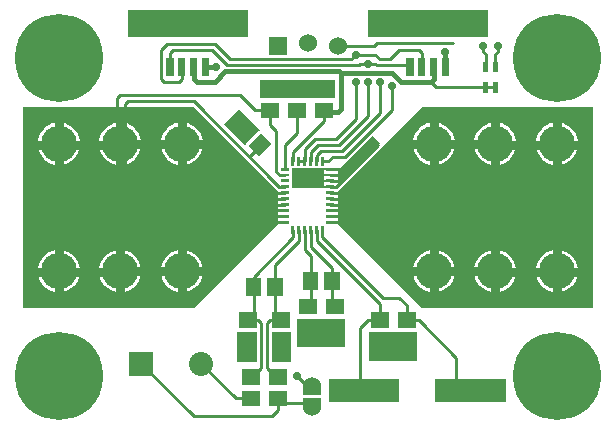
<source format=gbr>
G04 start of page 2 for group 0 idx 0 *
G04 Title: (unknown), component *
G04 Creator: pcb 20140316 *
G04 CreationDate: Sun 30 Dec 2018 08:06:51 PM GMT UTC *
G04 For: railfan *
G04 Format: Gerber/RS-274X *
G04 PCB-Dimensions (mil): 2200.00 1600.00 *
G04 PCB-Coordinate-Origin: lower left *
%MOIN*%
%FSLAX25Y25*%
%LNTOP*%
%ADD33C,0.0480*%
%ADD32C,0.1010*%
%ADD31C,0.1285*%
%ADD30C,0.0380*%
%ADD29C,0.0120*%
%ADD28C,0.0280*%
%ADD27R,0.0167X0.0167*%
%ADD26R,0.0236X0.0236*%
%ADD25R,0.0300X0.0300*%
%ADD24R,0.0787X0.0787*%
%ADD23R,0.0669X0.0669*%
%ADD22R,0.0472X0.0472*%
%ADD21R,0.0512X0.0512*%
%ADD20R,0.0098X0.0098*%
%ADD19C,0.0800*%
%ADD18C,0.1210*%
%ADD17C,0.2937*%
%ADD16C,0.0600*%
%ADD15C,0.0080*%
%ADD14C,0.0300*%
%ADD13C,0.0150*%
%ADD12C,0.0100*%
%ADD11C,0.0001*%
G54D11*G36*
X170000Y149000D02*Y140000D01*
X130000D01*
Y149000D01*
X170000D01*
G37*
G36*
X192989Y116600D02*X205000D01*
Y49600D01*
X192989D01*
Y54779D01*
X193000Y54778D01*
X194106Y54865D01*
X195185Y55124D01*
X196211Y55549D01*
X197157Y56129D01*
X198000Y56850D01*
X198721Y57693D01*
X199301Y58639D01*
X199726Y59665D01*
X199985Y60744D01*
X200050Y61850D01*
X199985Y62956D01*
X199726Y64035D01*
X199301Y65061D01*
X198721Y66007D01*
X198000Y66850D01*
X197157Y67571D01*
X196211Y68151D01*
X195185Y68576D01*
X194106Y68835D01*
X193000Y68922D01*
X192989Y68921D01*
Y97279D01*
X193000Y97278D01*
X194106Y97365D01*
X195185Y97624D01*
X196211Y98049D01*
X197157Y98629D01*
X198000Y99350D01*
X198721Y100193D01*
X199301Y101139D01*
X199726Y102165D01*
X199985Y103244D01*
X200050Y104350D01*
X199985Y105456D01*
X199726Y106535D01*
X199301Y107561D01*
X198721Y108507D01*
X198000Y109350D01*
X197157Y110071D01*
X196211Y110651D01*
X195185Y111076D01*
X194106Y111335D01*
X193000Y111422D01*
X192989Y111421D01*
Y116600D01*
G37*
G36*
X172489D02*X192989D01*
Y111421D01*
X191894Y111335D01*
X190815Y111076D01*
X189789Y110651D01*
X188843Y110071D01*
X188000Y109350D01*
X187279Y108507D01*
X186699Y107561D01*
X186274Y106535D01*
X186015Y105456D01*
X185928Y104350D01*
X186015Y103244D01*
X186274Y102165D01*
X186699Y101139D01*
X187279Y100193D01*
X188000Y99350D01*
X188843Y98629D01*
X189789Y98049D01*
X190815Y97624D01*
X191894Y97365D01*
X192989Y97279D01*
Y68921D01*
X191894Y68835D01*
X190815Y68576D01*
X189789Y68151D01*
X188843Y67571D01*
X188000Y66850D01*
X187279Y66007D01*
X186699Y65061D01*
X186274Y64035D01*
X186015Y62956D01*
X185928Y61850D01*
X186015Y60744D01*
X186274Y59665D01*
X186699Y58639D01*
X187279Y57693D01*
X188000Y56850D01*
X188843Y56129D01*
X189789Y55549D01*
X190815Y55124D01*
X191894Y54865D01*
X192989Y54779D01*
Y49600D01*
X172489D01*
Y54779D01*
X172500Y54778D01*
X173606Y54865D01*
X174685Y55124D01*
X175711Y55549D01*
X176657Y56129D01*
X177500Y56850D01*
X178221Y57693D01*
X178801Y58639D01*
X179226Y59665D01*
X179485Y60744D01*
X179550Y61850D01*
X179485Y62956D01*
X179226Y64035D01*
X178801Y65061D01*
X178221Y66007D01*
X177500Y66850D01*
X176657Y67571D01*
X175711Y68151D01*
X174685Y68576D01*
X173606Y68835D01*
X172500Y68922D01*
X172489Y68921D01*
Y97279D01*
X172500Y97278D01*
X173606Y97365D01*
X174685Y97624D01*
X175711Y98049D01*
X176657Y98629D01*
X177500Y99350D01*
X178221Y100193D01*
X178801Y101139D01*
X179226Y102165D01*
X179485Y103244D01*
X179550Y104350D01*
X179485Y105456D01*
X179226Y106535D01*
X178801Y107561D01*
X178221Y108507D01*
X177500Y109350D01*
X176657Y110071D01*
X175711Y110651D01*
X174685Y111076D01*
X173606Y111335D01*
X172500Y111422D01*
X172489Y111421D01*
Y116600D01*
G37*
G36*
X148000Y49600D02*Y56033D01*
X148789Y55549D01*
X149815Y55124D01*
X150894Y54865D01*
X152000Y54778D01*
X153106Y54865D01*
X154185Y55124D01*
X155211Y55549D01*
X156157Y56129D01*
X157000Y56850D01*
X157721Y57693D01*
X158301Y58639D01*
X158726Y59665D01*
X158985Y60744D01*
X159050Y61850D01*
X158985Y62956D01*
X158726Y64035D01*
X158301Y65061D01*
X157721Y66007D01*
X157000Y66850D01*
X156157Y67571D01*
X155211Y68151D01*
X154185Y68576D01*
X153106Y68835D01*
X152000Y68922D01*
X150894Y68835D01*
X149815Y68576D01*
X148789Y68151D01*
X148000Y67667D01*
Y98533D01*
X148789Y98049D01*
X149815Y97624D01*
X150894Y97365D01*
X152000Y97278D01*
X153106Y97365D01*
X154185Y97624D01*
X155211Y98049D01*
X156157Y98629D01*
X157000Y99350D01*
X157721Y100193D01*
X158301Y101139D01*
X158726Y102165D01*
X158985Y103244D01*
X159050Y104350D01*
X158985Y105456D01*
X158726Y106535D01*
X158301Y107561D01*
X157721Y108507D01*
X157000Y109350D01*
X156157Y110071D01*
X155211Y110651D01*
X154185Y111076D01*
X153106Y111335D01*
X152000Y111422D01*
X150894Y111335D01*
X149815Y111076D01*
X148789Y110651D01*
X148000Y110167D01*
Y116600D01*
X172489D01*
Y111421D01*
X171394Y111335D01*
X170315Y111076D01*
X169289Y110651D01*
X168343Y110071D01*
X167500Y109350D01*
X166779Y108507D01*
X166199Y107561D01*
X165774Y106535D01*
X165515Y105456D01*
X165428Y104350D01*
X165515Y103244D01*
X165774Y102165D01*
X166199Y101139D01*
X166779Y100193D01*
X167500Y99350D01*
X168343Y98629D01*
X169289Y98049D01*
X170315Y97624D01*
X171394Y97365D01*
X172489Y97279D01*
Y68921D01*
X171394Y68835D01*
X170315Y68576D01*
X169289Y68151D01*
X168343Y67571D01*
X167500Y66850D01*
X166779Y66007D01*
X166199Y65061D01*
X165774Y64035D01*
X165515Y62956D01*
X165428Y61850D01*
X165515Y60744D01*
X165774Y59665D01*
X166199Y58639D01*
X166779Y57693D01*
X167500Y56850D01*
X168343Y56129D01*
X169289Y55549D01*
X170315Y55124D01*
X171394Y54865D01*
X172489Y54779D01*
Y49600D01*
X148000D01*
G37*
G36*
X120000Y77600D02*Y88600D01*
X148000Y116600D01*
X153500D01*
Y111240D01*
X153106Y111335D01*
X152000Y111422D01*
X150894Y111335D01*
X149815Y111076D01*
X148789Y110651D01*
X147843Y110071D01*
X147000Y109350D01*
X146279Y108507D01*
X145699Y107561D01*
X145274Y106535D01*
X145015Y105456D01*
X144928Y104350D01*
X145015Y103244D01*
X145274Y102165D01*
X145699Y101139D01*
X146279Y100193D01*
X147000Y99350D01*
X147843Y98629D01*
X148789Y98049D01*
X149815Y97624D01*
X150894Y97365D01*
X152000Y97278D01*
X153106Y97365D01*
X153500Y97460D01*
Y68740D01*
X153106Y68835D01*
X152000Y68922D01*
X150894Y68835D01*
X149815Y68576D01*
X148789Y68151D01*
X147843Y67571D01*
X147000Y66850D01*
X146279Y66007D01*
X145699Y65061D01*
X145274Y64035D01*
X145015Y62956D01*
X144928Y61850D01*
X145015Y60744D01*
X145274Y59665D01*
X145699Y58639D01*
X146279Y57693D01*
X147000Y56850D01*
X147843Y56129D01*
X148789Y55549D01*
X149815Y55124D01*
X150894Y54865D01*
X152000Y54778D01*
X153106Y54865D01*
X153500Y54960D01*
Y49600D01*
X148000D01*
X120000Y77600D01*
G37*
G36*
X130500Y41500D02*X146500D01*
Y32000D01*
X130500D01*
Y41500D01*
G37*
G36*
X120000Y91134D02*Y95500D01*
X131500Y107000D01*
X134000Y104500D01*
X120375Y90875D01*
X120220Y91008D01*
X120045Y91115D01*
X120000Y91134D01*
G37*
G36*
X90000Y149000D02*Y140000D01*
X50000D01*
Y149000D01*
X90000D01*
G37*
G36*
X100000Y77600D02*X72000Y49600D01*
X66500D01*
Y54960D01*
X66894Y54865D01*
X68000Y54778D01*
X69106Y54865D01*
X70185Y55124D01*
X71211Y55549D01*
X72157Y56129D01*
X73000Y56850D01*
X73721Y57693D01*
X74301Y58639D01*
X74726Y59665D01*
X74985Y60744D01*
X75050Y61850D01*
X74985Y62956D01*
X74726Y64035D01*
X74301Y65061D01*
X73721Y66007D01*
X73000Y66850D01*
X72157Y67571D01*
X71211Y68151D01*
X70185Y68576D01*
X69106Y68835D01*
X68000Y68922D01*
X66894Y68835D01*
X66500Y68740D01*
Y97460D01*
X66894Y97365D01*
X68000Y97278D01*
X69106Y97365D01*
X70185Y97624D01*
X71211Y98049D01*
X72157Y98629D01*
X73000Y99350D01*
X73721Y100193D01*
X74301Y101139D01*
X74726Y102165D01*
X74985Y103244D01*
X75050Y104350D01*
X74985Y105456D01*
X74726Y106535D01*
X74301Y107561D01*
X73721Y108507D01*
X73000Y109350D01*
X72157Y110071D01*
X71211Y110651D01*
X70185Y111076D01*
X69106Y111335D01*
X68000Y111422D01*
X66894Y111335D01*
X66500Y111240D01*
Y116600D01*
X72000D01*
X100000Y88600D01*
Y77600D01*
G37*
G36*
X72000Y49600D02*X47489D01*
Y54779D01*
X47500Y54778D01*
X48606Y54865D01*
X49685Y55124D01*
X50711Y55549D01*
X51657Y56129D01*
X52500Y56850D01*
X53221Y57693D01*
X53801Y58639D01*
X54226Y59665D01*
X54485Y60744D01*
X54550Y61850D01*
X54485Y62956D01*
X54226Y64035D01*
X53801Y65061D01*
X53221Y66007D01*
X52500Y66850D01*
X51657Y67571D01*
X50711Y68151D01*
X49685Y68576D01*
X48606Y68835D01*
X47500Y68922D01*
X47489Y68921D01*
Y97279D01*
X47500Y97278D01*
X48606Y97365D01*
X49685Y97624D01*
X50711Y98049D01*
X51657Y98629D01*
X52500Y99350D01*
X53221Y100193D01*
X53801Y101139D01*
X54226Y102165D01*
X54485Y103244D01*
X54550Y104350D01*
X54485Y105456D01*
X54226Y106535D01*
X53801Y107561D01*
X53221Y108507D01*
X52500Y109350D01*
X51657Y110071D01*
X50711Y110651D01*
X49685Y111076D01*
X48606Y111335D01*
X47500Y111422D01*
X47489Y111421D01*
Y116600D01*
X71900D01*
X71910Y110223D01*
X71211Y110651D01*
X70185Y111076D01*
X69106Y111335D01*
X68000Y111422D01*
X66894Y111335D01*
X65815Y111076D01*
X64789Y110651D01*
X63843Y110071D01*
X63000Y109350D01*
X62279Y108507D01*
X61699Y107561D01*
X61274Y106535D01*
X61015Y105456D01*
X60928Y104350D01*
X61015Y103244D01*
X61274Y102165D01*
X61699Y101139D01*
X62279Y100193D01*
X63000Y99350D01*
X63843Y98629D01*
X64789Y98049D01*
X65815Y97624D01*
X66894Y97365D01*
X68000Y97278D01*
X69106Y97365D01*
X70185Y97624D01*
X71211Y98049D01*
X71927Y98488D01*
X71973Y67684D01*
X71211Y68151D01*
X70185Y68576D01*
X69106Y68835D01*
X68000Y68922D01*
X66894Y68835D01*
X65815Y68576D01*
X64789Y68151D01*
X63843Y67571D01*
X63000Y66850D01*
X62279Y66007D01*
X61699Y65061D01*
X61274Y64035D01*
X61015Y62956D01*
X60928Y61850D01*
X61015Y60744D01*
X61274Y59665D01*
X61699Y58639D01*
X62279Y57693D01*
X63000Y56850D01*
X63843Y56129D01*
X64789Y55549D01*
X65815Y55124D01*
X66894Y54865D01*
X68000Y54778D01*
X69106Y54865D01*
X70185Y55124D01*
X71211Y55549D01*
X71990Y56027D01*
X72000Y49600D01*
G37*
G36*
X47489D02*X26989D01*
Y54779D01*
X27000Y54778D01*
X28106Y54865D01*
X29185Y55124D01*
X30211Y55549D01*
X31157Y56129D01*
X32000Y56850D01*
X32721Y57693D01*
X33301Y58639D01*
X33726Y59665D01*
X33985Y60744D01*
X34050Y61850D01*
X33985Y62956D01*
X33726Y64035D01*
X33301Y65061D01*
X32721Y66007D01*
X32000Y66850D01*
X31157Y67571D01*
X30211Y68151D01*
X29185Y68576D01*
X28106Y68835D01*
X27000Y68922D01*
X26989Y68921D01*
Y97279D01*
X27000Y97278D01*
X28106Y97365D01*
X29185Y97624D01*
X30211Y98049D01*
X31157Y98629D01*
X32000Y99350D01*
X32721Y100193D01*
X33301Y101139D01*
X33726Y102165D01*
X33985Y103244D01*
X34050Y104350D01*
X33985Y105456D01*
X33726Y106535D01*
X33301Y107561D01*
X32721Y108507D01*
X32000Y109350D01*
X31157Y110071D01*
X30211Y110651D01*
X29185Y111076D01*
X28106Y111335D01*
X27000Y111422D01*
X26989Y111421D01*
Y116600D01*
X47489D01*
Y111421D01*
X46394Y111335D01*
X45315Y111076D01*
X44289Y110651D01*
X43343Y110071D01*
X42500Y109350D01*
X41779Y108507D01*
X41199Y107561D01*
X40774Y106535D01*
X40515Y105456D01*
X40428Y104350D01*
X40515Y103244D01*
X40774Y102165D01*
X41199Y101139D01*
X41779Y100193D01*
X42500Y99350D01*
X43343Y98629D01*
X44289Y98049D01*
X45315Y97624D01*
X46394Y97365D01*
X47489Y97279D01*
Y68921D01*
X46394Y68835D01*
X45315Y68576D01*
X44289Y68151D01*
X43343Y67571D01*
X42500Y66850D01*
X41779Y66007D01*
X41199Y65061D01*
X40774Y64035D01*
X40515Y62956D01*
X40428Y61850D01*
X40515Y60744D01*
X40774Y59665D01*
X41199Y58639D01*
X41779Y57693D01*
X42500Y56850D01*
X43343Y56129D01*
X44289Y55549D01*
X45315Y55124D01*
X46394Y54865D01*
X47489Y54779D01*
Y49600D01*
G37*
G36*
X26989D02*X15000D01*
Y116600D01*
X26989D01*
Y111421D01*
X25894Y111335D01*
X24815Y111076D01*
X23789Y110651D01*
X22843Y110071D01*
X22000Y109350D01*
X21279Y108507D01*
X20699Y107561D01*
X20274Y106535D01*
X20015Y105456D01*
X19928Y104350D01*
X20015Y103244D01*
X20274Y102165D01*
X20699Y101139D01*
X21279Y100193D01*
X22000Y99350D01*
X22843Y98629D01*
X23789Y98049D01*
X24815Y97624D01*
X25894Y97365D01*
X26989Y97279D01*
Y68921D01*
X25894Y68835D01*
X24815Y68576D01*
X23789Y68151D01*
X22843Y67571D01*
X22000Y66850D01*
X21279Y66007D01*
X20699Y65061D01*
X20274Y64035D01*
X20015Y62956D01*
X19928Y61850D01*
X20015Y60744D01*
X20274Y59665D01*
X20699Y58639D01*
X21279Y57693D01*
X22000Y56850D01*
X22843Y56129D01*
X23789Y55549D01*
X24815Y55124D01*
X25894Y54865D01*
X26989Y54779D01*
Y49600D01*
G37*
G36*
X89000Y104000D02*X82000Y111000D01*
X87000Y116000D01*
X94000Y109000D01*
X93718Y108718D01*
X93693Y108703D01*
X93576Y108599D01*
X89297Y104307D01*
X89282Y104282D01*
X89000Y104000D01*
G37*
G36*
X86500Y41500D02*X93000D01*
Y31500D01*
X86500D01*
Y41500D01*
G37*
G36*
X98000D02*X104500D01*
Y31500D01*
X98000D01*
Y41500D01*
G37*
G36*
X122500Y46000D02*Y36500D01*
X106500D01*
Y46000D01*
X122500D01*
G37*
G36*
X119000Y119500D02*X94000D01*
Y125500D01*
X119000D01*
Y119500D01*
G37*
G54D12*X83000Y130500D02*X127000D01*
X84000Y132500D02*X124500D01*
G54D13*X120500Y128500D02*X82437D01*
G54D12*X97500Y115457D02*X92543D01*
X87500Y120500D01*
X134000Y125000D02*Y114500D01*
X130000Y125000D02*Y113500D01*
G54D13*X138000Y128000D02*X121000D01*
G54D12*X138000Y123500D02*Y115500D01*
X126000Y134000D02*X132500D01*
X134000Y132500D02*X132500Y134000D01*
Y131000D02*X133000Y130500D01*
X127500Y131000D02*X132500D01*
X127000Y130500D02*X127500Y131000D01*
X126000Y125000D02*Y112500D01*
G54D13*X121000Y128000D02*Y116000D01*
Y128000D02*X120500Y128500D01*
X121000Y116000D02*X119957Y114957D01*
G54D12*X126000Y134000D02*X124500Y132500D01*
X132000Y137000D02*X120000D01*
X134000Y132500D02*X137500D01*
X133000Y130500D02*X144094D01*
X158457Y138000D02*X133000D01*
X132000Y137000D01*
X140500Y135500D02*X137500Y132500D01*
G54D13*X141000Y125000D02*X138000Y128000D01*
G54D12*X140500Y135500D02*X147000D01*
X148031Y134469D02*X147000Y135500D01*
X148031Y134469D02*Y130000D01*
G54D13*X141000Y125000D02*X151000D01*
X151969Y125969D02*X151000Y125000D01*
X151969Y130000D02*Y125969D01*
G54D12*X151000Y125000D02*X152848Y123152D01*
G54D13*X155906Y135000D02*Y130000D01*
G54D12*X152848Y123152D02*X172575D01*
Y129848D02*Y134075D01*
X173500Y135000D01*
Y137000D01*
X169425Y129848D02*Y134075D01*
X168500Y135000D01*
Y137000D01*
G54D13*X75906Y130000D02*X79500D01*
G54D12*X84000Y132500D02*X79000Y137500D01*
X83000Y130500D02*X78000Y135500D01*
G54D13*X78937Y125000D02*X82437Y128500D01*
G54D12*X63000Y137500D02*X79000D01*
X63000D02*X61000Y135500D01*
X65000D02*X64094Y134594D01*
Y130000D01*
X65000Y135500D02*X78000D01*
X68031Y130000D02*Y126031D01*
G54D13*X71969Y130000D02*Y125969D01*
G54D12*X67000Y125000D02*X68031Y126031D01*
G54D13*X72937Y125000D02*X78937D01*
X71969Y125969D02*X72937Y125000D01*
G54D12*X62000D02*X67000D01*
X61000Y126000D02*X62000Y125000D01*
X61000Y135500D02*Y126000D01*
G54D14*X27000Y113800D02*Y94300D01*
X47500Y113800D02*Y94300D01*
X68000Y113800D02*Y94300D01*
X78000Y104250D02*X17000Y104050D01*
G54D12*X72000Y118500D02*X50000D01*
X49000Y117500D01*
Y91500D01*
X46500Y119500D02*Y93000D01*
X87500Y120500D02*X47500D01*
X46500Y119500D01*
G54D14*X68000Y71300D02*Y51800D01*
X47500Y71300D02*Y51800D01*
X27000Y71300D02*Y51800D01*
X78000Y61750D02*X17000Y61550D01*
X152000Y71300D02*Y51800D01*
X172500Y71300D02*Y51800D01*
X193000Y71300D02*Y51800D01*
X142000Y61750D02*X203000Y61550D01*
G54D12*X112953Y72047D02*X124500Y60500D01*
X114921Y73079D02*X135000Y53000D01*
X111000Y70000D02*X118000Y63000D01*
Y50000D01*
X111000Y67000D02*Y50000D01*
X124500Y60500D02*X134000Y51000D01*
X92000Y19457D02*X86043D01*
X74500Y31000D01*
X98000Y13500D02*X72000D01*
X94500Y29543D02*X91000Y26043D01*
X72000Y13500D02*X54500Y31000D01*
X101000Y18000D02*X110500D01*
X106500Y27000D02*X110500Y23000D01*
X96500Y29543D02*X100000Y26043D01*
Y19457D02*Y15500D01*
X98000Y13500D01*
X134000Y51000D02*Y45543D01*
X130043D02*X134000D01*
X130043D02*X127500Y43000D01*
Y22000D01*
X146957Y45543D02*X148000Y44500D01*
X159500Y33000D01*
Y22000D01*
X140500Y53000D02*X143000Y50500D01*
Y45543D01*
X146957D01*
X135000Y53000D02*X140500D01*
X112953Y75583D02*Y72047D01*
X114921Y75583D02*Y73079D01*
X110984Y75583D02*X111000Y70000D01*
X109016Y75583D02*X109000Y69000D01*
X96500Y44500D02*Y29543D01*
X94500Y44500D02*Y29543D01*
X93457Y45543D02*X90000D01*
X97543D02*X101000D01*
X94500Y44500D02*X93457Y45543D01*
X96500Y44500D02*X97543Y45543D01*
X92000Y60000D02*Y45543D01*
X109000Y69000D02*X111000Y67000D01*
X107047Y75583D02*Y72047D01*
X99000Y64000D01*
X105079Y75583D02*Y73079D01*
X92000Y60000D01*
X99000Y45543D02*Y64000D01*
X138000Y115500D02*X122500Y100000D01*
X121500Y102000D02*X134000Y114500D01*
X119500Y106000D02*X126000Y112500D01*
X120500Y104000D02*X130000Y113500D01*
G54D13*X115500Y114957D02*X119957D01*
G54D12*X115500Y112000D02*Y115500D01*
X119453Y89953D02*X133500Y104000D01*
G54D14*X193000Y113800D02*Y94300D01*
X172500Y113800D02*Y94300D01*
X152000Y113800D02*Y94300D01*
X142000Y104250D02*X203000Y104050D01*
G54D12*X105079Y101579D02*Y98417D01*
X102520Y95858D02*X102500Y104000D01*
X106480Y107980D01*
X109016Y102516D02*X112500Y106000D01*
X105079Y101579D02*X115500Y112000D01*
X109016Y102516D02*Y98417D01*
X110984Y101484D02*Y98417D01*
X112953Y100453D02*Y98417D01*
X107047D02*X109016D01*
X97500Y87984D02*X102520D01*
Y93890D02*X100610D01*
X99500Y95000D01*
X102520Y89953D02*X100547D01*
X106480Y107980D02*X106500Y115500D01*
X118500Y100000D02*X122500D01*
X114500Y102000D02*X121500D01*
X114921Y98417D02*X116917D01*
X118500Y100000D02*X116917Y98417D01*
X112500Y106000D02*X119500D01*
X113500Y104000D02*X120500D01*
X110984Y101484D02*X113500Y104000D01*
X114500Y102000D02*X112953Y100453D01*
G54D15*X110000Y95858D02*X117480D01*
G54D12*X121500D01*
X117480Y93890D02*X121500D01*
X117480Y91921D02*X121250D01*
G54D15*X110000Y93890D02*X117480D01*
X110000Y91921D02*X117480D01*
X110000Y89953D02*X117480D01*
G54D12*Y89953D02*X119453D01*
X117480Y87984D02*X122500D01*
X117480Y86016D02*X122500D01*
X117480Y84047D02*X122500D01*
X117480Y82079D02*X122500D01*
X117480Y80110D02*X122500D01*
X117480Y78142D02*X122500D01*
X97500Y86016D02*X102520D01*
X97500Y84047D02*X102520D01*
X97500Y82079D02*X102520D01*
X97500Y80110D02*X102520D01*
X97500Y78142D02*X102520D01*
X100547Y89953D02*X72000Y118500D01*
X90500Y100000D02*X94000Y103500D01*
X99500Y95000D02*Y108500D01*
X97500Y110500D01*
Y115500D01*
G54D16*X110000Y138000D03*
X120000Y137000D03*
G54D11*G36*
X97000Y140000D02*Y134000D01*
X103000D01*
Y140000D01*
X97000D01*
G37*
G54D17*X27000Y133000D03*
G54D18*X68000Y104350D03*
X47500D03*
X27000D03*
G54D17*Y27000D03*
G54D18*X68000Y61850D03*
X47500D03*
X27000D03*
G54D11*G36*
X50500Y35000D02*Y27000D01*
X58500D01*
Y35000D01*
X50500D01*
G37*
G54D19*X74500Y31000D03*
G54D17*X193000Y27000D03*
G54D18*Y61850D03*
X172500D03*
X152000D03*
G54D17*X193000Y133000D03*
G54D18*Y104350D03*
X172500D03*
X152000D03*
G54D20*X116594Y78142D02*X118366D01*
X116594Y80110D02*X118366D01*
X116594Y82079D02*X118366D01*
X116594Y84047D02*X118366D01*
X116594Y86016D02*X118366D01*
X116594Y87984D02*X118366D01*
X116594Y89953D02*X118366D01*
X116594Y91921D02*X118366D01*
X114921Y76469D02*Y74697D01*
G54D21*X118043Y58893D02*Y58107D01*
G54D20*X105079Y99303D02*Y97531D01*
X101634Y95858D02*X103406D01*
X101634Y93890D02*X103406D01*
X101634Y91921D02*X103406D01*
X101634Y89953D02*X103406D01*
G54D22*X107835Y92906D02*X112165D01*
G54D23*X108031D02*X111969D01*
G54D20*X101634Y87984D02*X103406D01*
X101634Y86016D02*X103406D01*
X101634Y84047D02*X103406D01*
X101634Y82079D02*X103406D01*
X101634Y80110D02*X103406D01*
X101634Y78142D02*X103406D01*
X105079Y76469D02*Y74697D01*
X107047Y76469D02*Y74697D01*
X109016Y76469D02*Y74697D01*
X110984Y76469D02*Y74697D01*
X112953Y76469D02*Y74697D01*
G54D21*X110957Y58893D02*Y58107D01*
G54D24*X120909Y22000D02*X136657D01*
G54D16*X111500Y23400D03*
G54D25*X110000Y21900D02*X113000D01*
G54D16*X111500Y16600D03*
G54D25*X110000Y18100D02*X113000D01*
G54D24*X156343Y22000D02*X172091D01*
G54D21*X133607Y45543D02*X134393D01*
X133607Y38457D02*X134393D01*
X142607Y45543D02*X143393D01*
X142607Y38457D02*X143393D01*
X109607Y42914D02*X110393D01*
X109607Y50000D02*X110393D01*
X118607Y42914D02*X119393D01*
X118607Y50000D02*X119393D01*
X91957Y56893D02*Y56107D01*
X99043Y56893D02*Y56107D01*
X100607Y45543D02*X101393D01*
X100607Y38457D02*X101393D01*
X89607Y45543D02*X90393D01*
X89607Y38457D02*X90393D01*
X90607Y26543D02*X91393D01*
X99607D02*X100393D01*
X90607Y19457D02*X91393D01*
X99607D02*X100393D01*
G54D26*X75906Y131870D02*Y128130D01*
X71969Y131870D02*Y128130D01*
X68031Y131870D02*Y128130D01*
X64094Y131870D02*Y128130D01*
G54D22*X81024Y146437D02*Y144075D01*
X58976Y146437D02*Y144075D01*
G54D26*X155906Y131870D02*Y128130D01*
X151969Y131870D02*Y128130D01*
X148031Y131870D02*Y128130D01*
X144094Y131870D02*Y128130D01*
G54D20*X116594Y93890D02*X118366D01*
X116594Y95858D02*X118366D01*
X114921Y99303D02*Y97531D01*
X112953Y99303D02*Y97531D01*
X110984Y99303D02*Y97531D01*
X109016Y99303D02*Y97531D01*
X107047Y99303D02*Y97531D01*
G54D11*G36*
X90109Y103717D02*X94283Y107891D01*
X97902Y104272D01*
X93728Y100098D01*
X90109Y103717D01*
G37*
G36*
X85098Y108728D02*X89272Y112902D01*
X92891Y109283D01*
X88717Y105109D01*
X85098Y108728D01*
G37*
G54D21*X106107Y115457D02*X106893D01*
X97107D02*X97893D01*
X106107Y122543D02*X106893D01*
X97107D02*X97893D01*
X115107Y115457D02*X115893D01*
X115107Y122543D02*X115893D01*
G54D22*X161024Y146437D02*Y144075D01*
X138976Y146437D02*Y144075D01*
G54D27*X169425Y124087D02*Y122217D01*
X172575Y124087D02*Y122217D01*
Y130783D02*Y128913D01*
X169425Y130783D02*Y128913D01*
G54D28*X134000Y125000D03*
X126000Y134000D03*
Y125000D03*
X130000D03*
Y131000D03*
X138000Y123500D03*
X155906Y135000D03*
X168500Y137000D03*
X173500D03*
X79500Y130000D03*
X124000Y96500D03*
X111000Y122500D03*
X102000D03*
X84500Y111000D03*
X87000Y113500D03*
X121500Y93890D03*
X128500Y100890D03*
X131000Y103500D03*
X138500Y34000D03*
X119000Y38500D03*
X110000D03*
X114500D03*
X134000Y34000D03*
X106500Y27000D03*
X90000Y33500D03*
X101000D03*
X143000Y34000D03*
G54D29*G54D30*G54D31*G54D32*G54D31*G54D32*G54D33*G54D31*G54D32*G54D31*G54D32*M02*

</source>
